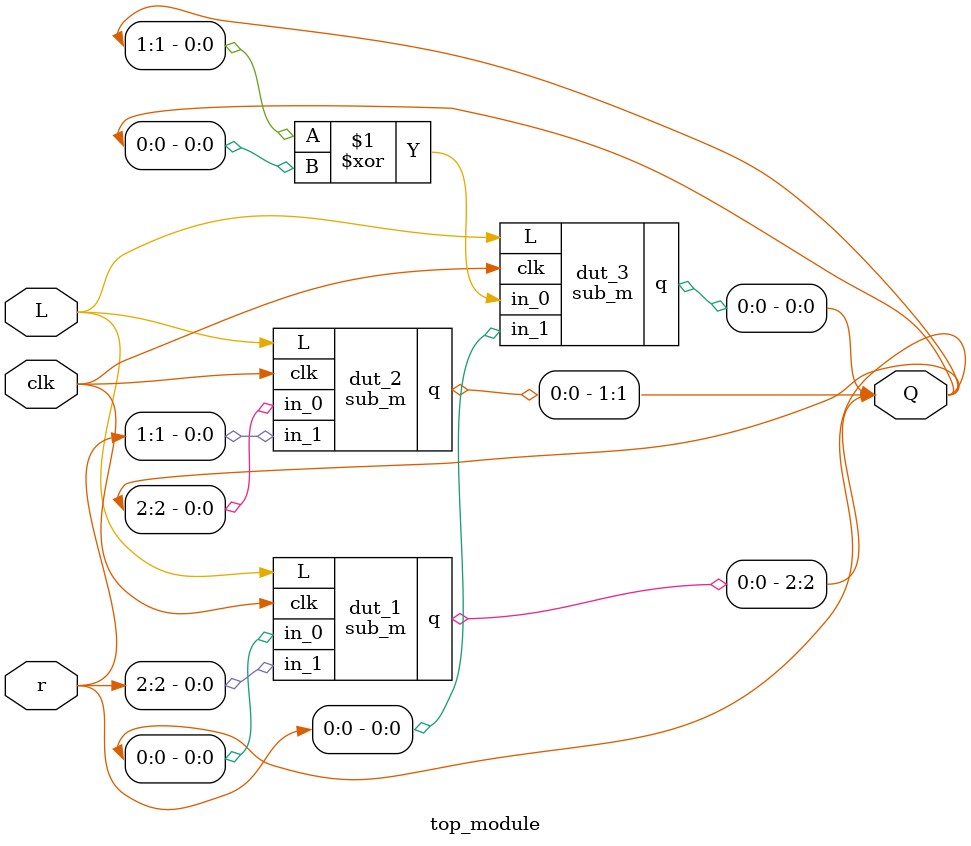
<source format=v>
module mux(
    input m_0,m_1,
    input L,
    output reg m_o
);

always@(*)begin
m_o=(L==1'b1)?m_1:m_0;
end

endmodule

module ff(
    input clk,
    input d,
    output reg q
);

always@(posedge clk)
    q<=d;

endmodule

module sub_m(
    input L,in_0,in_1,
    input clk,
    output q
);

wire o;

mux uut_1(
    .m_0(in_0),
    .m_1(in_1),
    .L(L),
    .m_o(o)
);

ff uut_2(
    .clk(clk),
    .d(o),
    .q(q)
);

endmodule

module top_module(
    input[2:0] r,
    input clk,
    input L,
    output[2:0] Q
);

sub_m dut_1(
    .L(L),
    .clk(clk),
    .in_0(Q[0]),
    .in_1(r[2]),
    .q(Q[2])
);

sub_m dut_2(
    .L(L),
    .clk(clk),
    .in_0(Q[2]),
    .in_1(r[1]),
    .q(Q[1])
);

sub_m dut_3(
    .L(L),
    .clk(clk),
    .in_0(Q[1]^Q[0]),
    .in_1(r[0]),
    .q(Q[0])
);



endmodule
</source>
